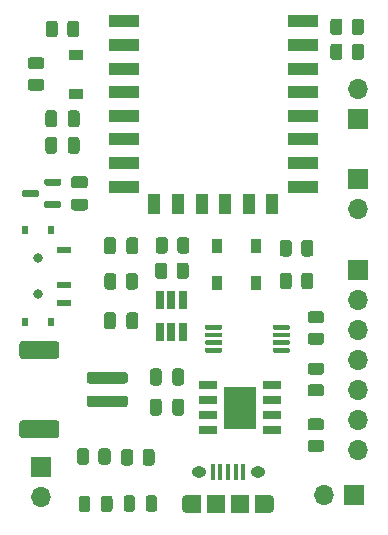
<source format=gts>
G04 #@! TF.GenerationSoftware,KiCad,Pcbnew,(5.1.9)-1*
G04 #@! TF.CreationDate,2021-07-08T10:50:12+02:00*
G04 #@! TF.ProjectId,iot-postbox,696f742d-706f-4737-9462-6f782e6b6963,v0.0*
G04 #@! TF.SameCoordinates,Original*
G04 #@! TF.FileFunction,Soldermask,Top*
G04 #@! TF.FilePolarity,Negative*
%FSLAX46Y46*%
G04 Gerber Fmt 4.6, Leading zero omitted, Abs format (unit mm)*
G04 Created by KiCad (PCBNEW (5.1.9)-1) date 2021-07-08 10:50:12*
%MOMM*%
%LPD*%
G01*
G04 APERTURE LIST*
%ADD10O,1.700000X1.700000*%
%ADD11R,1.700000X1.700000*%
%ADD12C,0.800000*%
%ADD13R,1.200000X0.600000*%
%ADD14R,0.600000X0.800000*%
%ADD15R,0.650000X1.560000*%
%ADD16R,1.500000X0.650000*%
%ADD17R,2.700000X3.600000*%
%ADD18R,2.500000X1.000000*%
%ADD19R,1.000000X1.800000*%
%ADD20R,0.400000X1.350000*%
%ADD21O,1.250000X0.950000*%
%ADD22R,1.500000X1.550000*%
%ADD23R,1.200000X1.550000*%
%ADD24O,0.890000X1.550000*%
%ADD25R,1.200000X0.900000*%
%ADD26R,0.900000X1.200000*%
G04 APERTURE END LIST*
D10*
X129032000Y-146418300D03*
X129032000Y-143878300D03*
X129032000Y-141338300D03*
X129032000Y-138798300D03*
X129032000Y-136258300D03*
X129032000Y-133718300D03*
D11*
X129032000Y-131178300D03*
D12*
X101900000Y-130200000D03*
D13*
X104110000Y-133950000D03*
X104110000Y-132450000D03*
X104110000Y-129450000D03*
D14*
X103010000Y-127790000D03*
X100790000Y-127790000D03*
X103010000Y-135610000D03*
X100790000Y-135610000D03*
D12*
X101900000Y-133200000D03*
G36*
G01*
X103900000Y-125500000D02*
X103900000Y-125800000D01*
G75*
G02*
X103750000Y-125950000I-150000J0D01*
G01*
X102575000Y-125950000D01*
G75*
G02*
X102425000Y-125800000I0J150000D01*
G01*
X102425000Y-125500000D01*
G75*
G02*
X102575000Y-125350000I150000J0D01*
G01*
X103750000Y-125350000D01*
G75*
G02*
X103900000Y-125500000I0J-150000D01*
G01*
G37*
G36*
G01*
X103900000Y-123600000D02*
X103900000Y-123900000D01*
G75*
G02*
X103750000Y-124050000I-150000J0D01*
G01*
X102575000Y-124050000D01*
G75*
G02*
X102425000Y-123900000I0J150000D01*
G01*
X102425000Y-123600000D01*
G75*
G02*
X102575000Y-123450000I150000J0D01*
G01*
X103750000Y-123450000D01*
G75*
G02*
X103900000Y-123600000I0J-150000D01*
G01*
G37*
G36*
G01*
X102025000Y-124550000D02*
X102025000Y-124850000D01*
G75*
G02*
X101875000Y-125000000I-150000J0D01*
G01*
X100700000Y-125000000D01*
G75*
G02*
X100550000Y-124850000I0J150000D01*
G01*
X100550000Y-124550000D01*
G75*
G02*
X100700000Y-124400000I150000J0D01*
G01*
X101875000Y-124400000D01*
G75*
G02*
X102025000Y-124550000I0J-150000D01*
G01*
G37*
G36*
G01*
X116050000Y-136125000D02*
X116050000Y-135925000D01*
G75*
G02*
X116150000Y-135825000I100000J0D01*
G01*
X117425000Y-135825000D01*
G75*
G02*
X117525000Y-135925000I0J-100000D01*
G01*
X117525000Y-136125000D01*
G75*
G02*
X117425000Y-136225000I-100000J0D01*
G01*
X116150000Y-136225000D01*
G75*
G02*
X116050000Y-136125000I0J100000D01*
G01*
G37*
G36*
G01*
X116050000Y-136775000D02*
X116050000Y-136575000D01*
G75*
G02*
X116150000Y-136475000I100000J0D01*
G01*
X117425000Y-136475000D01*
G75*
G02*
X117525000Y-136575000I0J-100000D01*
G01*
X117525000Y-136775000D01*
G75*
G02*
X117425000Y-136875000I-100000J0D01*
G01*
X116150000Y-136875000D01*
G75*
G02*
X116050000Y-136775000I0J100000D01*
G01*
G37*
G36*
G01*
X116050000Y-137425000D02*
X116050000Y-137225000D01*
G75*
G02*
X116150000Y-137125000I100000J0D01*
G01*
X117425000Y-137125000D01*
G75*
G02*
X117525000Y-137225000I0J-100000D01*
G01*
X117525000Y-137425000D01*
G75*
G02*
X117425000Y-137525000I-100000J0D01*
G01*
X116150000Y-137525000D01*
G75*
G02*
X116050000Y-137425000I0J100000D01*
G01*
G37*
G36*
G01*
X116050000Y-138075000D02*
X116050000Y-137875000D01*
G75*
G02*
X116150000Y-137775000I100000J0D01*
G01*
X117425000Y-137775000D01*
G75*
G02*
X117525000Y-137875000I0J-100000D01*
G01*
X117525000Y-138075000D01*
G75*
G02*
X117425000Y-138175000I-100000J0D01*
G01*
X116150000Y-138175000D01*
G75*
G02*
X116050000Y-138075000I0J100000D01*
G01*
G37*
G36*
G01*
X121775000Y-138075000D02*
X121775000Y-137875000D01*
G75*
G02*
X121875000Y-137775000I100000J0D01*
G01*
X123150000Y-137775000D01*
G75*
G02*
X123250000Y-137875000I0J-100000D01*
G01*
X123250000Y-138075000D01*
G75*
G02*
X123150000Y-138175000I-100000J0D01*
G01*
X121875000Y-138175000D01*
G75*
G02*
X121775000Y-138075000I0J100000D01*
G01*
G37*
G36*
G01*
X121775000Y-137425000D02*
X121775000Y-137225000D01*
G75*
G02*
X121875000Y-137125000I100000J0D01*
G01*
X123150000Y-137125000D01*
G75*
G02*
X123250000Y-137225000I0J-100000D01*
G01*
X123250000Y-137425000D01*
G75*
G02*
X123150000Y-137525000I-100000J0D01*
G01*
X121875000Y-137525000D01*
G75*
G02*
X121775000Y-137425000I0J100000D01*
G01*
G37*
G36*
G01*
X121775000Y-136775000D02*
X121775000Y-136575000D01*
G75*
G02*
X121875000Y-136475000I100000J0D01*
G01*
X123150000Y-136475000D01*
G75*
G02*
X123250000Y-136575000I0J-100000D01*
G01*
X123250000Y-136775000D01*
G75*
G02*
X123150000Y-136875000I-100000J0D01*
G01*
X121875000Y-136875000D01*
G75*
G02*
X121775000Y-136775000I0J100000D01*
G01*
G37*
G36*
G01*
X121775000Y-136125000D02*
X121775000Y-135925000D01*
G75*
G02*
X121875000Y-135825000I100000J0D01*
G01*
X123150000Y-135825000D01*
G75*
G02*
X123250000Y-135925000I0J-100000D01*
G01*
X123250000Y-136125000D01*
G75*
G02*
X123150000Y-136225000I-100000J0D01*
G01*
X121875000Y-136225000D01*
G75*
G02*
X121775000Y-136125000I0J100000D01*
G01*
G37*
D15*
X112250000Y-136400000D03*
X113200000Y-136400000D03*
X114150000Y-136400000D03*
X114150000Y-133700000D03*
X112250000Y-133700000D03*
X113200000Y-133700000D03*
D16*
X121750000Y-144755000D03*
X121750000Y-143485000D03*
X121750000Y-142215000D03*
X121750000Y-140945000D03*
X116350000Y-140945000D03*
X116350000Y-142215000D03*
X116350000Y-143485000D03*
X116350000Y-144755000D03*
D17*
X119050000Y-142850000D03*
D18*
X109160000Y-110130000D03*
X109160000Y-112130000D03*
X109160000Y-114130000D03*
X109160000Y-116130000D03*
X109160000Y-118130000D03*
X109160000Y-120130000D03*
X109160000Y-122130000D03*
X109160000Y-124130000D03*
D19*
X111760000Y-125630000D03*
X113760000Y-125630000D03*
X115760000Y-125630000D03*
X117760000Y-125630000D03*
X119760000Y-125630000D03*
X121760000Y-125630000D03*
D18*
X124360000Y-124130000D03*
X124360000Y-122130000D03*
X124360000Y-120130000D03*
X124360000Y-118130000D03*
X124360000Y-116130000D03*
X124360000Y-114130000D03*
X124360000Y-112130000D03*
X124360000Y-110130000D03*
G36*
G01*
X125890002Y-144770000D02*
X124989998Y-144770000D01*
G75*
G02*
X124740000Y-144520002I0J249998D01*
G01*
X124740000Y-143994998D01*
G75*
G02*
X124989998Y-143745000I249998J0D01*
G01*
X125890002Y-143745000D01*
G75*
G02*
X126140000Y-143994998I0J-249998D01*
G01*
X126140000Y-144520002D01*
G75*
G02*
X125890002Y-144770000I-249998J0D01*
G01*
G37*
G36*
G01*
X125890002Y-146595000D02*
X124989998Y-146595000D01*
G75*
G02*
X124740000Y-146345002I0J249998D01*
G01*
X124740000Y-145819998D01*
G75*
G02*
X124989998Y-145570000I249998J0D01*
G01*
X125890002Y-145570000D01*
G75*
G02*
X126140000Y-145819998I0J-249998D01*
G01*
X126140000Y-146345002D01*
G75*
G02*
X125890002Y-146595000I-249998J0D01*
G01*
G37*
G36*
G01*
X114725000Y-128649998D02*
X114725000Y-129550002D01*
G75*
G02*
X114475002Y-129800000I-249998J0D01*
G01*
X113949998Y-129800000D01*
G75*
G02*
X113700000Y-129550002I0J249998D01*
G01*
X113700000Y-128649998D01*
G75*
G02*
X113949998Y-128400000I249998J0D01*
G01*
X114475002Y-128400000D01*
G75*
G02*
X114725000Y-128649998I0J-249998D01*
G01*
G37*
G36*
G01*
X112900000Y-128649998D02*
X112900000Y-129550002D01*
G75*
G02*
X112650002Y-129800000I-249998J0D01*
G01*
X112124998Y-129800000D01*
G75*
G02*
X111875000Y-129550002I0J249998D01*
G01*
X111875000Y-128649998D01*
G75*
G02*
X112124998Y-128400000I249998J0D01*
G01*
X112650002Y-128400000D01*
G75*
G02*
X112900000Y-128649998I0J-249998D01*
G01*
G37*
G36*
G01*
X111825000Y-131700002D02*
X111825000Y-130799998D01*
G75*
G02*
X112074998Y-130550000I249998J0D01*
G01*
X112600002Y-130550000D01*
G75*
G02*
X112850000Y-130799998I0J-249998D01*
G01*
X112850000Y-131700002D01*
G75*
G02*
X112600002Y-131950000I-249998J0D01*
G01*
X112074998Y-131950000D01*
G75*
G02*
X111825000Y-131700002I0J249998D01*
G01*
G37*
G36*
G01*
X113650000Y-131700002D02*
X113650000Y-130799998D01*
G75*
G02*
X113899998Y-130550000I249998J0D01*
G01*
X114425002Y-130550000D01*
G75*
G02*
X114675000Y-130799998I0J-249998D01*
G01*
X114675000Y-131700002D01*
G75*
G02*
X114425002Y-131950000I-249998J0D01*
G01*
X113899998Y-131950000D01*
G75*
G02*
X113650000Y-131700002I0J249998D01*
G01*
G37*
G36*
G01*
X107525000Y-132600002D02*
X107525000Y-131699998D01*
G75*
G02*
X107774998Y-131450000I249998J0D01*
G01*
X108300002Y-131450000D01*
G75*
G02*
X108550000Y-131699998I0J-249998D01*
G01*
X108550000Y-132600002D01*
G75*
G02*
X108300002Y-132850000I-249998J0D01*
G01*
X107774998Y-132850000D01*
G75*
G02*
X107525000Y-132600002I0J249998D01*
G01*
G37*
G36*
G01*
X109350000Y-132600002D02*
X109350000Y-131699998D01*
G75*
G02*
X109599998Y-131450000I249998J0D01*
G01*
X110125002Y-131450000D01*
G75*
G02*
X110375000Y-131699998I0J-249998D01*
G01*
X110375000Y-132600002D01*
G75*
G02*
X110125002Y-132850000I-249998J0D01*
G01*
X109599998Y-132850000D01*
G75*
G02*
X109350000Y-132600002I0J249998D01*
G01*
G37*
G36*
G01*
X124989998Y-140860000D02*
X125890002Y-140860000D01*
G75*
G02*
X126140000Y-141109998I0J-249998D01*
G01*
X126140000Y-141635002D01*
G75*
G02*
X125890002Y-141885000I-249998J0D01*
G01*
X124989998Y-141885000D01*
G75*
G02*
X124740000Y-141635002I0J249998D01*
G01*
X124740000Y-141109998D01*
G75*
G02*
X124989998Y-140860000I249998J0D01*
G01*
G37*
G36*
G01*
X124989998Y-139035000D02*
X125890002Y-139035000D01*
G75*
G02*
X126140000Y-139284998I0J-249998D01*
G01*
X126140000Y-139810002D01*
G75*
G02*
X125890002Y-140060000I-249998J0D01*
G01*
X124989998Y-140060000D01*
G75*
G02*
X124740000Y-139810002I0J249998D01*
G01*
X124740000Y-139284998D01*
G75*
G02*
X124989998Y-139035000I249998J0D01*
G01*
G37*
G36*
G01*
X107030000Y-147420002D02*
X107030000Y-146519998D01*
G75*
G02*
X107279998Y-146270000I249998J0D01*
G01*
X107805002Y-146270000D01*
G75*
G02*
X108055000Y-146519998I0J-249998D01*
G01*
X108055000Y-147420002D01*
G75*
G02*
X107805002Y-147670000I-249998J0D01*
G01*
X107279998Y-147670000D01*
G75*
G02*
X107030000Y-147420002I0J249998D01*
G01*
G37*
G36*
G01*
X105205000Y-147420002D02*
X105205000Y-146519998D01*
G75*
G02*
X105454998Y-146270000I249998J0D01*
G01*
X105980002Y-146270000D01*
G75*
G02*
X106230000Y-146519998I0J-249998D01*
G01*
X106230000Y-147420002D01*
G75*
G02*
X105980002Y-147670000I-249998J0D01*
G01*
X105454998Y-147670000D01*
G75*
G02*
X105205000Y-147420002I0J249998D01*
G01*
G37*
G36*
G01*
X111795000Y-146589998D02*
X111795000Y-147490002D01*
G75*
G02*
X111545002Y-147740000I-249998J0D01*
G01*
X111019998Y-147740000D01*
G75*
G02*
X110770000Y-147490002I0J249998D01*
G01*
X110770000Y-146589998D01*
G75*
G02*
X111019998Y-146340000I249998J0D01*
G01*
X111545002Y-146340000D01*
G75*
G02*
X111795000Y-146589998I0J-249998D01*
G01*
G37*
G36*
G01*
X109970000Y-146589998D02*
X109970000Y-147490002D01*
G75*
G02*
X109720002Y-147740000I-249998J0D01*
G01*
X109194998Y-147740000D01*
G75*
G02*
X108945000Y-147490002I0J249998D01*
G01*
X108945000Y-146589998D01*
G75*
G02*
X109194998Y-146340000I249998J0D01*
G01*
X109720002Y-146340000D01*
G75*
G02*
X109970000Y-146589998I0J-249998D01*
G01*
G37*
G36*
G01*
X122375000Y-129790002D02*
X122375000Y-128889998D01*
G75*
G02*
X122624998Y-128640000I249998J0D01*
G01*
X123150002Y-128640000D01*
G75*
G02*
X123400000Y-128889998I0J-249998D01*
G01*
X123400000Y-129790002D01*
G75*
G02*
X123150002Y-130040000I-249998J0D01*
G01*
X122624998Y-130040000D01*
G75*
G02*
X122375000Y-129790002I0J249998D01*
G01*
G37*
G36*
G01*
X124200000Y-129790002D02*
X124200000Y-128889998D01*
G75*
G02*
X124449998Y-128640000I249998J0D01*
G01*
X124975002Y-128640000D01*
G75*
G02*
X125225000Y-128889998I0J-249998D01*
G01*
X125225000Y-129790002D01*
G75*
G02*
X124975002Y-130040000I-249998J0D01*
G01*
X124449998Y-130040000D01*
G75*
G02*
X124200000Y-129790002I0J249998D01*
G01*
G37*
G36*
G01*
X122375000Y-132565002D02*
X122375000Y-131664998D01*
G75*
G02*
X122624998Y-131415000I249998J0D01*
G01*
X123150002Y-131415000D01*
G75*
G02*
X123400000Y-131664998I0J-249998D01*
G01*
X123400000Y-132565002D01*
G75*
G02*
X123150002Y-132815000I-249998J0D01*
G01*
X122624998Y-132815000D01*
G75*
G02*
X122375000Y-132565002I0J249998D01*
G01*
G37*
G36*
G01*
X124200000Y-132565002D02*
X124200000Y-131664998D01*
G75*
G02*
X124449998Y-131415000I249998J0D01*
G01*
X124975002Y-131415000D01*
G75*
G02*
X125225000Y-131664998I0J-249998D01*
G01*
X125225000Y-132565002D01*
G75*
G02*
X124975002Y-132815000I-249998J0D01*
G01*
X124449998Y-132815000D01*
G75*
G02*
X124200000Y-132565002I0J249998D01*
G01*
G37*
G36*
G01*
X101299998Y-113165000D02*
X102200002Y-113165000D01*
G75*
G02*
X102450000Y-113414998I0J-249998D01*
G01*
X102450000Y-113940002D01*
G75*
G02*
X102200002Y-114190000I-249998J0D01*
G01*
X101299998Y-114190000D01*
G75*
G02*
X101050000Y-113940002I0J249998D01*
G01*
X101050000Y-113414998D01*
G75*
G02*
X101299998Y-113165000I249998J0D01*
G01*
G37*
G36*
G01*
X101299998Y-114990000D02*
X102200002Y-114990000D01*
G75*
G02*
X102450000Y-115239998I0J-249998D01*
G01*
X102450000Y-115765002D01*
G75*
G02*
X102200002Y-116015000I-249998J0D01*
G01*
X101299998Y-116015000D01*
G75*
G02*
X101050000Y-115765002I0J249998D01*
G01*
X101050000Y-115239998D01*
G75*
G02*
X101299998Y-114990000I249998J0D01*
G01*
G37*
G36*
G01*
X128488000Y-111040002D02*
X128488000Y-110139998D01*
G75*
G02*
X128737998Y-109890000I249998J0D01*
G01*
X129263002Y-109890000D01*
G75*
G02*
X129513000Y-110139998I0J-249998D01*
G01*
X129513000Y-111040002D01*
G75*
G02*
X129263002Y-111290000I-249998J0D01*
G01*
X128737998Y-111290000D01*
G75*
G02*
X128488000Y-111040002I0J249998D01*
G01*
G37*
G36*
G01*
X126663000Y-111040002D02*
X126663000Y-110139998D01*
G75*
G02*
X126912998Y-109890000I249998J0D01*
G01*
X127438002Y-109890000D01*
G75*
G02*
X127688000Y-110139998I0J-249998D01*
G01*
X127688000Y-111040002D01*
G75*
G02*
X127438002Y-111290000I-249998J0D01*
G01*
X126912998Y-111290000D01*
G75*
G02*
X126663000Y-111040002I0J249998D01*
G01*
G37*
G36*
G01*
X124989998Y-136490000D02*
X125890002Y-136490000D01*
G75*
G02*
X126140000Y-136739998I0J-249998D01*
G01*
X126140000Y-137265002D01*
G75*
G02*
X125890002Y-137515000I-249998J0D01*
G01*
X124989998Y-137515000D01*
G75*
G02*
X124740000Y-137265002I0J249998D01*
G01*
X124740000Y-136739998D01*
G75*
G02*
X124989998Y-136490000I249998J0D01*
G01*
G37*
G36*
G01*
X124989998Y-134665000D02*
X125890002Y-134665000D01*
G75*
G02*
X126140000Y-134914998I0J-249998D01*
G01*
X126140000Y-135440002D01*
G75*
G02*
X125890002Y-135690000I-249998J0D01*
G01*
X124989998Y-135690000D01*
G75*
G02*
X124740000Y-135440002I0J249998D01*
G01*
X124740000Y-134914998D01*
G75*
G02*
X124989998Y-134665000I249998J0D01*
G01*
G37*
G36*
G01*
X128488000Y-113160002D02*
X128488000Y-112259998D01*
G75*
G02*
X128737998Y-112010000I249998J0D01*
G01*
X129263002Y-112010000D01*
G75*
G02*
X129513000Y-112259998I0J-249998D01*
G01*
X129513000Y-113160002D01*
G75*
G02*
X129263002Y-113410000I-249998J0D01*
G01*
X128737998Y-113410000D01*
G75*
G02*
X128488000Y-113160002I0J249998D01*
G01*
G37*
G36*
G01*
X126663000Y-113160002D02*
X126663000Y-112259998D01*
G75*
G02*
X126912998Y-112010000I249998J0D01*
G01*
X127438002Y-112010000D01*
G75*
G02*
X127688000Y-112259998I0J-249998D01*
G01*
X127688000Y-113160002D01*
G75*
G02*
X127438002Y-113410000I-249998J0D01*
G01*
X126912998Y-113410000D01*
G75*
G02*
X126663000Y-113160002I0J249998D01*
G01*
G37*
G36*
G01*
X102560000Y-111230002D02*
X102560000Y-110329998D01*
G75*
G02*
X102809998Y-110080000I249998J0D01*
G01*
X103335002Y-110080000D01*
G75*
G02*
X103585000Y-110329998I0J-249998D01*
G01*
X103585000Y-111230002D01*
G75*
G02*
X103335002Y-111480000I-249998J0D01*
G01*
X102809998Y-111480000D01*
G75*
G02*
X102560000Y-111230002I0J249998D01*
G01*
G37*
G36*
G01*
X104385000Y-111230002D02*
X104385000Y-110329998D01*
G75*
G02*
X104634998Y-110080000I249998J0D01*
G01*
X105160002Y-110080000D01*
G75*
G02*
X105410000Y-110329998I0J-249998D01*
G01*
X105410000Y-111230002D01*
G75*
G02*
X105160002Y-111480000I-249998J0D01*
G01*
X104634998Y-111480000D01*
G75*
G02*
X104385000Y-111230002I0J249998D01*
G01*
G37*
D11*
X102180000Y-147820000D03*
D10*
X102180000Y-150360000D03*
G36*
G01*
X106280000Y-139810000D02*
X109280000Y-139810000D01*
G75*
G02*
X109530000Y-140060000I0J-250000D01*
G01*
X109530000Y-140560000D01*
G75*
G02*
X109280000Y-140810000I-250000J0D01*
G01*
X106280000Y-140810000D01*
G75*
G02*
X106030000Y-140560000I0J250000D01*
G01*
X106030000Y-140060000D01*
G75*
G02*
X106280000Y-139810000I250000J0D01*
G01*
G37*
G36*
G01*
X106280000Y-141810000D02*
X109280000Y-141810000D01*
G75*
G02*
X109530000Y-142060000I0J-250000D01*
G01*
X109530000Y-142560000D01*
G75*
G02*
X109280000Y-142810000I-250000J0D01*
G01*
X106280000Y-142810000D01*
G75*
G02*
X106030000Y-142560000I0J250000D01*
G01*
X106030000Y-142060000D01*
G75*
G02*
X106280000Y-141810000I250000J0D01*
G01*
G37*
G36*
G01*
X100580000Y-137210000D02*
X103480000Y-137210000D01*
G75*
G02*
X103730000Y-137460000I0J-250000D01*
G01*
X103730000Y-138460000D01*
G75*
G02*
X103480000Y-138710000I-250000J0D01*
G01*
X100580000Y-138710000D01*
G75*
G02*
X100330000Y-138460000I0J250000D01*
G01*
X100330000Y-137460000D01*
G75*
G02*
X100580000Y-137210000I250000J0D01*
G01*
G37*
G36*
G01*
X100580000Y-143910000D02*
X103480000Y-143910000D01*
G75*
G02*
X103730000Y-144160000I0J-250000D01*
G01*
X103730000Y-145160000D01*
G75*
G02*
X103480000Y-145410000I-250000J0D01*
G01*
X100580000Y-145410000D01*
G75*
G02*
X100330000Y-145160000I0J250000D01*
G01*
X100330000Y-144160000D01*
G75*
G02*
X100580000Y-143910000I250000J0D01*
G01*
G37*
D20*
X116710000Y-148320000D03*
X117360000Y-148320000D03*
X118010000Y-148320000D03*
X118660000Y-148320000D03*
X119310000Y-148320000D03*
D21*
X115510000Y-148320000D03*
X120510000Y-148320000D03*
D22*
X117010000Y-151020000D03*
X119010000Y-151020000D03*
D23*
X115110000Y-151020000D03*
X120910000Y-151020000D03*
D24*
X114510000Y-151020000D03*
X121510000Y-151020000D03*
D10*
X126120000Y-150260000D03*
D11*
X128660000Y-150260000D03*
D10*
X129030000Y-115880000D03*
D11*
X129030000Y-118420000D03*
D10*
X129030000Y-126060000D03*
D11*
X129030000Y-123520000D03*
G36*
G01*
X107248000Y-151446250D02*
X107248000Y-150533750D01*
G75*
G02*
X107491750Y-150290000I243750J0D01*
G01*
X107979250Y-150290000D01*
G75*
G02*
X108223000Y-150533750I0J-243750D01*
G01*
X108223000Y-151446250D01*
G75*
G02*
X107979250Y-151690000I-243750J0D01*
G01*
X107491750Y-151690000D01*
G75*
G02*
X107248000Y-151446250I0J243750D01*
G01*
G37*
G36*
G01*
X105373000Y-151446250D02*
X105373000Y-150533750D01*
G75*
G02*
X105616750Y-150290000I243750J0D01*
G01*
X106104250Y-150290000D01*
G75*
G02*
X106348000Y-150533750I0J-243750D01*
G01*
X106348000Y-151446250D01*
G75*
G02*
X106104250Y-151690000I-243750J0D01*
G01*
X105616750Y-151690000D01*
G75*
G02*
X105373000Y-151446250I0J243750D01*
G01*
G37*
G36*
G01*
X109155000Y-151416250D02*
X109155000Y-150503750D01*
G75*
G02*
X109398750Y-150260000I243750J0D01*
G01*
X109886250Y-150260000D01*
G75*
G02*
X110130000Y-150503750I0J-243750D01*
G01*
X110130000Y-151416250D01*
G75*
G02*
X109886250Y-151660000I-243750J0D01*
G01*
X109398750Y-151660000D01*
G75*
G02*
X109155000Y-151416250I0J243750D01*
G01*
G37*
G36*
G01*
X111030000Y-151416250D02*
X111030000Y-150503750D01*
G75*
G02*
X111273750Y-150260000I243750J0D01*
G01*
X111761250Y-150260000D01*
G75*
G02*
X112005000Y-150503750I0J-243750D01*
G01*
X112005000Y-151416250D01*
G75*
G02*
X111761250Y-151660000I-243750J0D01*
G01*
X111273750Y-151660000D01*
G75*
G02*
X111030000Y-151416250I0J243750D01*
G01*
G37*
D25*
X105115000Y-112950000D03*
X105115000Y-116250000D03*
D26*
X117030000Y-132315000D03*
X120330000Y-132315000D03*
X117030000Y-129140000D03*
X120330000Y-129140000D03*
G36*
G01*
X104950000Y-123250000D02*
X105900000Y-123250000D01*
G75*
G02*
X106150000Y-123500000I0J-250000D01*
G01*
X106150000Y-124000000D01*
G75*
G02*
X105900000Y-124250000I-250000J0D01*
G01*
X104950000Y-124250000D01*
G75*
G02*
X104700000Y-124000000I0J250000D01*
G01*
X104700000Y-123500000D01*
G75*
G02*
X104950000Y-123250000I250000J0D01*
G01*
G37*
G36*
G01*
X104950000Y-125150000D02*
X105900000Y-125150000D01*
G75*
G02*
X106150000Y-125400000I0J-250000D01*
G01*
X106150000Y-125900000D01*
G75*
G02*
X105900000Y-126150000I-250000J0D01*
G01*
X104950000Y-126150000D01*
G75*
G02*
X104700000Y-125900000I0J250000D01*
G01*
X104700000Y-125400000D01*
G75*
G02*
X104950000Y-125150000I250000J0D01*
G01*
G37*
G36*
G01*
X107500000Y-129605000D02*
X107500000Y-128655000D01*
G75*
G02*
X107750000Y-128405000I250000J0D01*
G01*
X108250000Y-128405000D01*
G75*
G02*
X108500000Y-128655000I0J-250000D01*
G01*
X108500000Y-129605000D01*
G75*
G02*
X108250000Y-129855000I-250000J0D01*
G01*
X107750000Y-129855000D01*
G75*
G02*
X107500000Y-129605000I0J250000D01*
G01*
G37*
G36*
G01*
X109400000Y-129605000D02*
X109400000Y-128655000D01*
G75*
G02*
X109650000Y-128405000I250000J0D01*
G01*
X110150000Y-128405000D01*
G75*
G02*
X110400000Y-128655000I0J-250000D01*
G01*
X110400000Y-129605000D01*
G75*
G02*
X110150000Y-129855000I-250000J0D01*
G01*
X109650000Y-129855000D01*
G75*
G02*
X109400000Y-129605000I0J250000D01*
G01*
G37*
G36*
G01*
X110400000Y-135005000D02*
X110400000Y-135955000D01*
G75*
G02*
X110150000Y-136205000I-250000J0D01*
G01*
X109650000Y-136205000D01*
G75*
G02*
X109400000Y-135955000I0J250000D01*
G01*
X109400000Y-135005000D01*
G75*
G02*
X109650000Y-134755000I250000J0D01*
G01*
X110150000Y-134755000D01*
G75*
G02*
X110400000Y-135005000I0J-250000D01*
G01*
G37*
G36*
G01*
X108500000Y-135005000D02*
X108500000Y-135955000D01*
G75*
G02*
X108250000Y-136205000I-250000J0D01*
G01*
X107750000Y-136205000D01*
G75*
G02*
X107500000Y-135955000I0J250000D01*
G01*
X107500000Y-135005000D01*
G75*
G02*
X107750000Y-134755000I250000J0D01*
G01*
X108250000Y-134755000D01*
G75*
G02*
X108500000Y-135005000I0J-250000D01*
G01*
G37*
G36*
G01*
X111390000Y-140715000D02*
X111390000Y-139765000D01*
G75*
G02*
X111640000Y-139515000I250000J0D01*
G01*
X112140000Y-139515000D01*
G75*
G02*
X112390000Y-139765000I0J-250000D01*
G01*
X112390000Y-140715000D01*
G75*
G02*
X112140000Y-140965000I-250000J0D01*
G01*
X111640000Y-140965000D01*
G75*
G02*
X111390000Y-140715000I0J250000D01*
G01*
G37*
G36*
G01*
X113290000Y-140715000D02*
X113290000Y-139765000D01*
G75*
G02*
X113540000Y-139515000I250000J0D01*
G01*
X114040000Y-139515000D01*
G75*
G02*
X114290000Y-139765000I0J-250000D01*
G01*
X114290000Y-140715000D01*
G75*
G02*
X114040000Y-140965000I-250000J0D01*
G01*
X113540000Y-140965000D01*
G75*
G02*
X113290000Y-140715000I0J250000D01*
G01*
G37*
G36*
G01*
X111390000Y-143265000D02*
X111390000Y-142315000D01*
G75*
G02*
X111640000Y-142065000I250000J0D01*
G01*
X112140000Y-142065000D01*
G75*
G02*
X112390000Y-142315000I0J-250000D01*
G01*
X112390000Y-143265000D01*
G75*
G02*
X112140000Y-143515000I-250000J0D01*
G01*
X111640000Y-143515000D01*
G75*
G02*
X111390000Y-143265000I0J250000D01*
G01*
G37*
G36*
G01*
X113290000Y-143265000D02*
X113290000Y-142315000D01*
G75*
G02*
X113540000Y-142065000I250000J0D01*
G01*
X114040000Y-142065000D01*
G75*
G02*
X114290000Y-142315000I0J-250000D01*
G01*
X114290000Y-143265000D01*
G75*
G02*
X114040000Y-143515000I-250000J0D01*
G01*
X113540000Y-143515000D01*
G75*
G02*
X113290000Y-143265000I0J250000D01*
G01*
G37*
G36*
G01*
X105435000Y-120155000D02*
X105435000Y-121105000D01*
G75*
G02*
X105185000Y-121355000I-250000J0D01*
G01*
X104685000Y-121355000D01*
G75*
G02*
X104435000Y-121105000I0J250000D01*
G01*
X104435000Y-120155000D01*
G75*
G02*
X104685000Y-119905000I250000J0D01*
G01*
X105185000Y-119905000D01*
G75*
G02*
X105435000Y-120155000I0J-250000D01*
G01*
G37*
G36*
G01*
X103535000Y-120155000D02*
X103535000Y-121105000D01*
G75*
G02*
X103285000Y-121355000I-250000J0D01*
G01*
X102785000Y-121355000D01*
G75*
G02*
X102535000Y-121105000I0J250000D01*
G01*
X102535000Y-120155000D01*
G75*
G02*
X102785000Y-119905000I250000J0D01*
G01*
X103285000Y-119905000D01*
G75*
G02*
X103535000Y-120155000I0J-250000D01*
G01*
G37*
G36*
G01*
X105435000Y-117900000D02*
X105435000Y-118850000D01*
G75*
G02*
X105185000Y-119100000I-250000J0D01*
G01*
X104685000Y-119100000D01*
G75*
G02*
X104435000Y-118850000I0J250000D01*
G01*
X104435000Y-117900000D01*
G75*
G02*
X104685000Y-117650000I250000J0D01*
G01*
X105185000Y-117650000D01*
G75*
G02*
X105435000Y-117900000I0J-250000D01*
G01*
G37*
G36*
G01*
X103535000Y-117900000D02*
X103535000Y-118850000D01*
G75*
G02*
X103285000Y-119100000I-250000J0D01*
G01*
X102785000Y-119100000D01*
G75*
G02*
X102535000Y-118850000I0J250000D01*
G01*
X102535000Y-117900000D01*
G75*
G02*
X102785000Y-117650000I250000J0D01*
G01*
X103285000Y-117650000D01*
G75*
G02*
X103535000Y-117900000I0J-250000D01*
G01*
G37*
M02*

</source>
